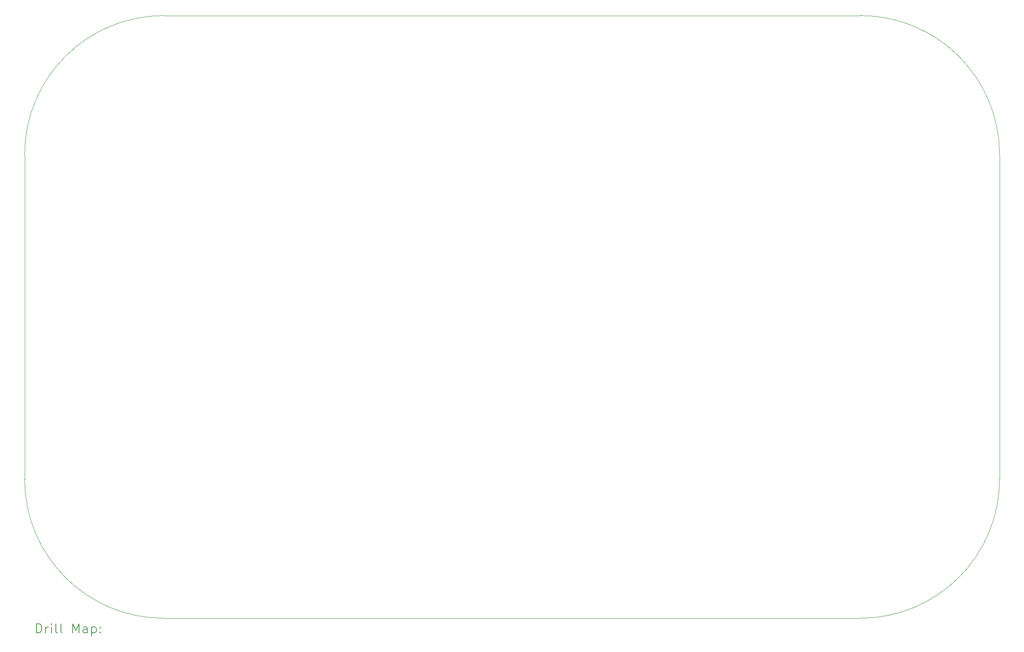
<source format=gbr>
%TF.GenerationSoftware,KiCad,Pcbnew,7.0.10*%
%TF.CreationDate,2024-01-23T19:04:08+00:00*%
%TF.ProjectId,buran,62757261-6e2e-46b6-9963-61645f706362,rev?*%
%TF.SameCoordinates,Original*%
%TF.FileFunction,Drillmap*%
%TF.FilePolarity,Positive*%
%FSLAX45Y45*%
G04 Gerber Fmt 4.5, Leading zero omitted, Abs format (unit mm)*
G04 Created by KiCad (PCBNEW 7.0.10) date 2024-01-23 19:04:08*
%MOMM*%
%LPD*%
G01*
G04 APERTURE LIST*
%ADD10C,0.100000*%
%ADD11C,0.200000*%
G04 APERTURE END LIST*
D10*
X2000000Y-12000000D02*
G75*
G03*
X5000000Y-15000000I3000000J0D01*
G01*
X5000000Y-2000000D02*
G75*
G03*
X2000000Y-5000000I0J-3000000D01*
G01*
X5000000Y-15000000D02*
X20000000Y-15000000D01*
X20000000Y-15000000D02*
G75*
G03*
X23000000Y-12000000I0J3000000D01*
G01*
X23000000Y-5000000D02*
G75*
G03*
X20000000Y-2000000I-3000000J0D01*
G01*
X2000000Y-12000000D02*
X2000000Y-5000000D01*
X23000000Y-5000000D02*
X23000000Y-12000000D01*
X5000000Y-2000000D02*
X20000000Y-2000000D01*
D11*
X2255777Y-15316484D02*
X2255777Y-15116484D01*
X2255777Y-15116484D02*
X2303396Y-15116484D01*
X2303396Y-15116484D02*
X2331967Y-15126008D01*
X2331967Y-15126008D02*
X2351015Y-15145055D01*
X2351015Y-15145055D02*
X2360539Y-15164103D01*
X2360539Y-15164103D02*
X2370063Y-15202198D01*
X2370063Y-15202198D02*
X2370063Y-15230769D01*
X2370063Y-15230769D02*
X2360539Y-15268865D01*
X2360539Y-15268865D02*
X2351015Y-15287912D01*
X2351015Y-15287912D02*
X2331967Y-15306960D01*
X2331967Y-15306960D02*
X2303396Y-15316484D01*
X2303396Y-15316484D02*
X2255777Y-15316484D01*
X2455777Y-15316484D02*
X2455777Y-15183150D01*
X2455777Y-15221246D02*
X2465301Y-15202198D01*
X2465301Y-15202198D02*
X2474824Y-15192674D01*
X2474824Y-15192674D02*
X2493872Y-15183150D01*
X2493872Y-15183150D02*
X2512920Y-15183150D01*
X2579586Y-15316484D02*
X2579586Y-15183150D01*
X2579586Y-15116484D02*
X2570063Y-15126008D01*
X2570063Y-15126008D02*
X2579586Y-15135531D01*
X2579586Y-15135531D02*
X2589110Y-15126008D01*
X2589110Y-15126008D02*
X2579586Y-15116484D01*
X2579586Y-15116484D02*
X2579586Y-15135531D01*
X2703396Y-15316484D02*
X2684348Y-15306960D01*
X2684348Y-15306960D02*
X2674824Y-15287912D01*
X2674824Y-15287912D02*
X2674824Y-15116484D01*
X2808158Y-15316484D02*
X2789110Y-15306960D01*
X2789110Y-15306960D02*
X2779586Y-15287912D01*
X2779586Y-15287912D02*
X2779586Y-15116484D01*
X3036729Y-15316484D02*
X3036729Y-15116484D01*
X3036729Y-15116484D02*
X3103396Y-15259341D01*
X3103396Y-15259341D02*
X3170062Y-15116484D01*
X3170062Y-15116484D02*
X3170062Y-15316484D01*
X3351015Y-15316484D02*
X3351015Y-15211722D01*
X3351015Y-15211722D02*
X3341491Y-15192674D01*
X3341491Y-15192674D02*
X3322443Y-15183150D01*
X3322443Y-15183150D02*
X3284348Y-15183150D01*
X3284348Y-15183150D02*
X3265301Y-15192674D01*
X3351015Y-15306960D02*
X3331967Y-15316484D01*
X3331967Y-15316484D02*
X3284348Y-15316484D01*
X3284348Y-15316484D02*
X3265301Y-15306960D01*
X3265301Y-15306960D02*
X3255777Y-15287912D01*
X3255777Y-15287912D02*
X3255777Y-15268865D01*
X3255777Y-15268865D02*
X3265301Y-15249817D01*
X3265301Y-15249817D02*
X3284348Y-15240293D01*
X3284348Y-15240293D02*
X3331967Y-15240293D01*
X3331967Y-15240293D02*
X3351015Y-15230769D01*
X3446253Y-15183150D02*
X3446253Y-15383150D01*
X3446253Y-15192674D02*
X3465301Y-15183150D01*
X3465301Y-15183150D02*
X3503396Y-15183150D01*
X3503396Y-15183150D02*
X3522443Y-15192674D01*
X3522443Y-15192674D02*
X3531967Y-15202198D01*
X3531967Y-15202198D02*
X3541491Y-15221246D01*
X3541491Y-15221246D02*
X3541491Y-15278388D01*
X3541491Y-15278388D02*
X3531967Y-15297436D01*
X3531967Y-15297436D02*
X3522443Y-15306960D01*
X3522443Y-15306960D02*
X3503396Y-15316484D01*
X3503396Y-15316484D02*
X3465301Y-15316484D01*
X3465301Y-15316484D02*
X3446253Y-15306960D01*
X3627205Y-15297436D02*
X3636729Y-15306960D01*
X3636729Y-15306960D02*
X3627205Y-15316484D01*
X3627205Y-15316484D02*
X3617682Y-15306960D01*
X3617682Y-15306960D02*
X3627205Y-15297436D01*
X3627205Y-15297436D02*
X3627205Y-15316484D01*
X3627205Y-15192674D02*
X3636729Y-15202198D01*
X3636729Y-15202198D02*
X3627205Y-15211722D01*
X3627205Y-15211722D02*
X3617682Y-15202198D01*
X3617682Y-15202198D02*
X3627205Y-15192674D01*
X3627205Y-15192674D02*
X3627205Y-15211722D01*
M02*

</source>
